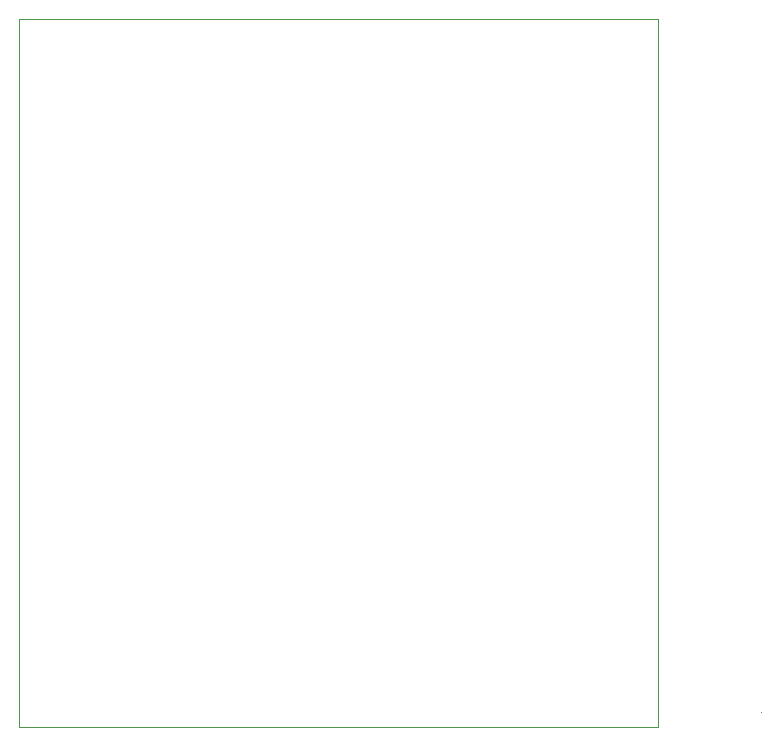
<source format=gm1>
G04*
G04 #@! TF.GenerationSoftware,Altium Limited,Altium Designer,20.0.13 (296)*
G04*
G04 Layer_Color=16711935*
%FSLAX44Y44*%
%MOMM*%
G71*
G01*
G75*
%ADD22C,0.1000*%
D22*
X1103500Y549500D02*
Y1149000D01*
X563000Y549500D02*
X1103500D01*
X563000Y1149000D02*
X1103500D01*
X1190800Y561600D02*
X1190800Y561600D01*
X563000Y1149000D02*
X563000Y549500D01*
M02*

</source>
